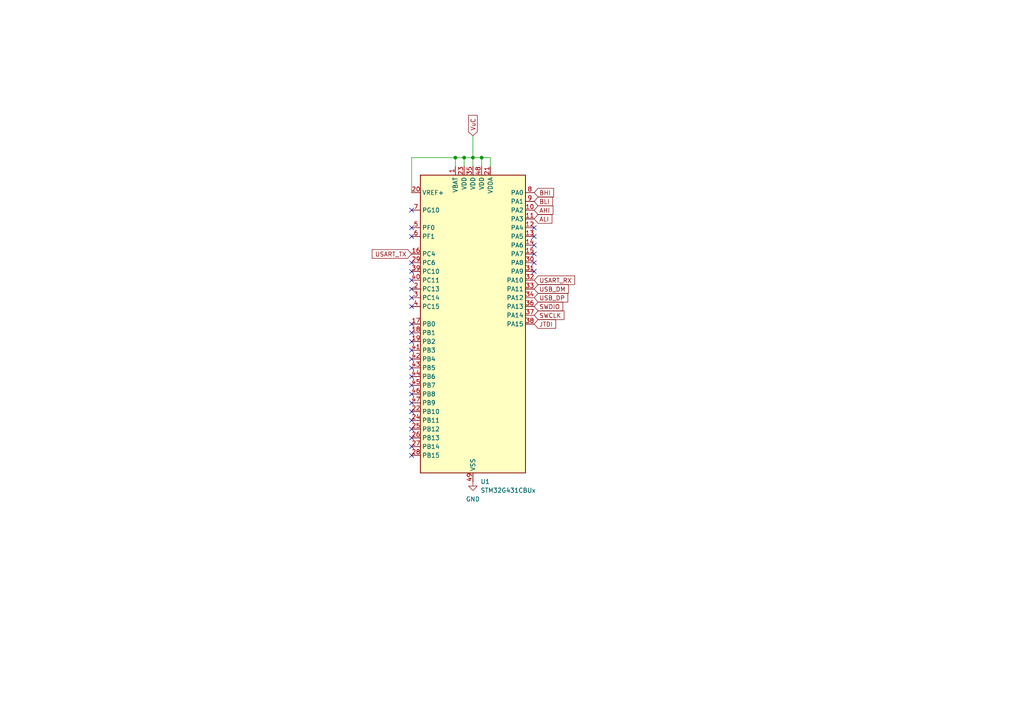
<source format=kicad_sch>
(kicad_sch (version 20231120) (generator "eeschema") (generator_version "8.0")
  (paper "A4")
  (lib_symbols
    (symbol "MCU_ST_STM32G4:STM32G431CBUx"
      (property "Reference" "U" (at -15.24 44.45 0))
      (property "Value" "STM32G431CBUx" (at 7.62 44.45 0))
      (symbol "STM32G431CBUx_0_1"
        (rectangle (start -15.24 -43.18) (end 15.24 43.18) (stroke (width 0.254)) (fill (type background)))
      )
      (symbol "STM32G431CBUx_1_1"
        (pin power_in line (at -5.08 45.72 270) (length 2.54) (name "VBAT") (number "1"))
        (pin bidirectional line (at 17.78 33.02 180) (length 2.54) (name "PA2") (number "10"))
        (pin bidirectional line (at 17.78 30.48 180) (length 2.54) (name "PA3") (number "11"))
        (pin bidirectional line (at 17.78 27.94 180) (length 2.54) (name "PA4") (number "12"))
        (pin bidirectional line (at 17.78 25.4 180) (length 2.54) (name "PA5") (number "13"))
        (pin bidirectional line (at 17.78 22.86 180) (length 2.54) (name "PA6") (number "14"))
        (pin bidirectional line (at 17.78 20.32 180) (length 2.54) (name "PA7") (number "15"))
        (pin bidirectional line (at -17.78 20.32 0) (length 2.54) (name "PC4") (number "16"))
        (pin bidirectional line (at -17.78 0 0) (length 2.54) (name "PB0") (number "17"))
        (pin bidirectional line (at -17.78 -2.54 0) (length 2.54) (name "PB1") (number "18"))
        (pin bidirectional line (at -17.78 -5.08 0) (length 2.54) (name "PB2") (number "19"))
        (pin bidirectional line (at -17.78 10.16 0) (length 2.54) (name "PC13") (number "2"))
        (pin input line (at -17.78 38.1 0) (length 2.54) (name "VREF+") (number "20"))
        (pin power_in line (at 5.08 45.72 270) (length 2.54) (name "VDDA") (number "21"))
        (pin bidirectional line (at -17.78 -25.4 0) (length 2.54) (name "PB10") (number "22"))
        (pin power_in line (at -2.54 45.72 270) (length 2.54) (name "VDD") (number "23"))
        (pin bidirectional line (at -17.78 -27.94 0) (length 2.54) (name "PB11") (number "24"))
        (pin bidirectional line (at -17.78 -30.48 0) (length 2.54) (name "PB12") (number "25"))
        (pin bidirectional line (at -17.78 -33.02 0) (length 2.54) (name "PB13") (number "26"))
        (pin bidirectional line (at -17.78 -35.56 0) (length 2.54) (name "PB14") (number "27"))
        (pin bidirectional line (at -17.78 -38.1 0) (length 2.54) (name "PB15") (number "28"))
        (pin bidirectional line (at -17.78 17.78 0) (length 2.54) (name "PC6") (number "29"))
        (pin bidirectional line (at -17.78 7.62 0) (length 2.54) (name "PC14") (number "3"))
        (pin bidirectional line (at 17.78 17.78 180) (length 2.54) (name "PA8") (number "30"))
        (pin bidirectional line (at 17.78 15.24 180) (length 2.54) (name "PA9") (number "31"))
        (pin bidirectional line (at 17.78 12.7 180) (length 2.54) (name "PA10") (number "32"))
        (pin bidirectional line (at 17.78 10.16 180) (length 2.54) (name "PA11") (number "33"))
        (pin bidirectional line (at 17.78 7.62 180) (length 2.54) (name "PA12") (number "34"))
        (pin power_in line (at 0 45.72 270) (length 2.54) (name "VDD") (number "35"))
        (pin bidirectional line (at 17.78 5.08 180) (length 2.54) (name "PA13") (number "36"))
        (pin bidirectional line (at 17.78 2.54 180) (length 2.54) (name "PA14") (number "37"))
        (pin bidirectional line (at 17.78 0 180) (length 2.54) (name "PA15") (number "38"))
        (pin bidirectional line (at -17.78 15.24 0) (length 2.54) (name "PC10") (number "39"))
        (pin bidirectional line (at -17.78 5.08 0) (length 2.54) (name "PC15") (number "4"))
        (pin bidirectional line (at -17.78 12.7 0) (length 2.54) (name "PC11") (number "40"))
        (pin bidirectional line (at -17.78 -7.62 0) (length 2.54) (name "PB3") (number "41"))
        (pin bidirectional line (at -17.78 -10.16 0) (length 2.54) (name "PB4") (number "42"))
        (pin bidirectional line (at -17.78 -12.7 0) (length 2.54) (name "PB5") (number "43"))
        (pin bidirectional line (at -17.78 -15.24 0) (length 2.54) (name "PB6") (number "44"))
        (pin bidirectional line (at -17.78 -17.78 0) (length 2.54) (name "PB7") (number "45"))
        (pin bidirectional line (at -17.78 -20.32 0) (length 2.54) (name "PB8") (number "46"))
        (pin bidirectional line (at -17.78 -22.86 0) (length 2.54) (name "PB9") (number "47"))
        (pin power_in line (at 2.54 45.72 270) (length 2.54) (name "VDD") (number "48"))
        (pin power_in line (at 0 -45.72 90) (length 2.54) (name "VSS") (number "49"))
        (pin bidirectional line (at -17.78 27.94 0) (length 2.54) (name "PF0") (number "5"))
        (pin bidirectional line (at -17.78 25.4 0) (length 2.54) (name "PF1") (number "6"))
        (pin bidirectional line (at -17.78 33.02 0) (length 2.54) (name "PG10") (number "7"))
        (pin bidirectional line (at 17.78 38.1 180) (length 2.54) (name "PA0") (number "8"))
        (pin bidirectional line (at 17.78 35.56 180) (length 2.54) (name "PA1") (number "9"))
      )
    )
    (symbol "power:GND" (power) (pin_numbers hide) (pin_names (offset 0) hide)
      (property "Value" "GND" (at 0 -3.81 0))
      (symbol "GND_0_1"
        (polyline (pts (xy 0 0) (xy 0 -1.27) (xy 1.27 -1.27) (xy 0 -2.54) (xy -1.27 -1.27) (xy 0 -1.27)))
      )
      (symbol "GND_1_1"
        (pin power_in line (at 0 0 270) (length 0) (name "~") (number "1"))
      )
    )
  )
  (junction (at 134.62 45.72))
  (junction (at 132.08 45.72))
  (junction (at 137.16 45.72))
  (junction (at 139.7 45.72))
  (no_connect (at 119.38 60.96))
  (no_connect (at 154.94 66.04))
  (no_connect (at 119.38 132.08))
  (no_connect (at 154.94 76.2))
  (no_connect (at 119.38 114.3))
  (no_connect (at 119.38 81.28))
  (no_connect (at 119.38 124.46))
  (no_connect (at 119.38 93.98))
  (no_connect (at 154.94 78.74))
  (no_connect (at 119.38 78.74))
  (no_connect (at 119.38 127))
  (no_connect (at 119.38 101.6))
  (no_connect (at 119.38 76.2))
  (no_connect (at 119.38 129.54))
  (no_connect (at 119.38 88.9))
  (no_connect (at 154.94 73.66))
  (no_connect (at 119.38 121.92))
  (no_connect (at 119.38 99.06))
  (no_connect (at 119.38 111.76))
  (no_connect (at 119.38 106.68))
  (no_connect (at 119.38 83.82))
  (no_connect (at 119.38 68.58))
  (no_connect (at 154.94 71.12))
  (no_connect (at 119.38 66.04))
  (no_connect (at 119.38 119.38))
  (no_connect (at 119.38 116.84))
  (no_connect (at 119.38 86.36))
  (no_connect (at 119.38 96.52))
  (no_connect (at 154.94 68.58))
  (no_connect (at 119.38 104.14))
  (no_connect (at 119.38 109.22))
  (wire (pts (xy 137.16 39.37) (xy 137.16 45.72)))
  (wire (pts (xy 137.16 45.72) (xy 137.16 48.26)))
  (wire (pts (xy 119.38 55.88) (xy 119.38 45.72)))
  (wire (pts (xy 119.38 45.72) (xy 132.08 45.72)))
  (wire (pts (xy 134.62 48.26) (xy 134.62 45.72)))
  (wire (pts (xy 139.7 45.72) (xy 142.24 45.72)))
  (wire (pts (xy 134.62 45.72) (xy 137.16 45.72)))
  (wire (pts (xy 137.16 45.72) (xy 139.7 45.72)))
  (wire (pts (xy 132.08 48.26) (xy 132.08 45.72)))
  (wire (pts (xy 139.7 45.72) (xy 139.7 48.26)))
  (wire (pts (xy 132.08 45.72) (xy 134.62 45.72)))
  (wire (pts (xy 142.24 48.26) (xy 142.24 45.72)))
  (global_label "SWCLK" (shape input) (at 154.94 91.44 0) (property "Intersheetrefs" "${INTERSHEET_REFS}" (effects (hide yes))))
  (global_label "USART_RX" (shape input) (at 154.94 81.28 0) (property "Intersheetrefs" "${INTERSHEET_REFS}" (effects (hide yes))))
  (global_label "VuC" (shape input) (at 137.16 39.37 90) (property "Intersheetrefs" "${INTERSHEET_REFS}" (effects (hide yes))))
  (global_label "USART_TX" (shape input) (at 119.38 73.66 180) (property "Intersheetrefs" "${INTERSHEET_REFS}" (effects (hide yes))))
  (global_label "AHI" (shape input) (at 154.94 60.96 0) (property "Intersheetrefs" "${INTERSHEET_REFS}" (effects (hide yes))))
  (global_label "BLI" (shape input) (at 154.94 58.42 0) (property "Intersheetrefs" "${INTERSHEET_REFS}" (effects (hide yes))))
  (global_label "JTDI" (shape input) (at 154.94 93.98 0) (property "Intersheetrefs" "${INTERSHEET_REFS}" (effects (hide yes))))
  (global_label "USB_DP" (shape input) (at 154.94 86.36 0) (property "Intersheetrefs" "${INTERSHEET_REFS}" (effects (hide yes))))
  (global_label "BHI" (shape input) (at 154.94 55.88 0) (property "Intersheetrefs" "${INTERSHEET_REFS}" (effects (hide yes))))
  (global_label "USB_DM" (shape input) (at 154.94 83.82 0) (property "Intersheetrefs" "${INTERSHEET_REFS}" (effects (hide yes))))
  (global_label "ALI" (shape input) (at 154.94 63.5 0) (property "Intersheetrefs" "${INTERSHEET_REFS}" (effects (hide yes))))
  (global_label "SWDIO" (shape input) (at 154.94 88.9 0) (property "Intersheetrefs" "${INTERSHEET_REFS}" (effects (hide yes))))
  (symbol (lib_id "power:GND") (at 137.16 139.7 0) (unit 1)
    (property "Reference" "#PWR010" (effects (hide yes)))
    (property "Value" "GND" (at 137.16 144.78 0))
    (property "Description" "Power symbol creates a global label with name \"GND\" , ground" (effects (hide yes)))
  )
  (symbol (lib_id "MCU_ST_STM32G4:STM32G431CBUx") (at 137.16 93.98 0) (unit 1)
    (property "Reference" "U1" (at 139.3541 139.7 0) (effects (justify left)))
    (property "Value" "STM32G431CBUx" (at 139.3541 142.24 0) (effects (justify left)))
    (property "Footprint" "Package_DFN_QFN:QFN-48-1EP_7x7mm_P0.5mm_EP5.6x5.6mm" (effects (hide yes)))
    (property "Datasheet" "https://www.st.com/resource/en/datasheet/stm32g431cb.pdf" (effects (hide yes)))
    (property "Description" "STMicroelectronics Arm Cortex-M4 MCU, 128KB flash, 32KB RAM, 170 MHz, 1.71-3.6V, 42 GPIO, UFQFPN48" (effects (hide yes)))
  )
)
</source>
